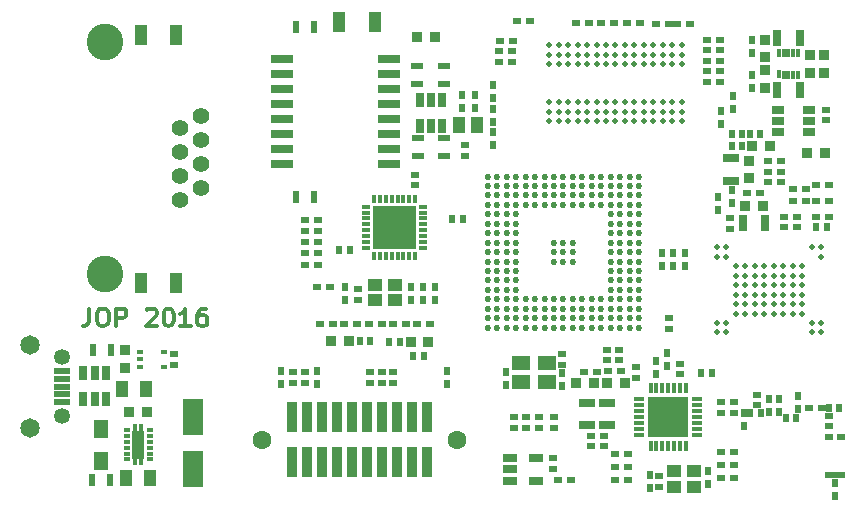
<source format=gbr>
G04 #@! TF.FileFunction,Soldermask,Top*
%FSLAX46Y46*%
G04 Gerber Fmt 4.6, Leading zero omitted, Abs format (unit mm)*
G04 Created by KiCad (PCBNEW 4.0.2-stable) date 2016-03-27 18:32:18*
%MOMM*%
G01*
G04 APERTURE LIST*
%ADD10C,0.100000*%
%ADD11C,0.300000*%
%ADD12O,0.950000X0.400000*%
%ADD13O,0.400000X0.950000*%
%ADD14R,1.775000X1.775000*%
%ADD15C,1.400000*%
%ADD16C,3.100000*%
%ADD17R,0.840000X2.650000*%
%ADD18C,1.600000*%
%ADD19R,1.880000X0.720000*%
%ADD20R,1.100760X0.790880*%
%ADD21R,0.700000X0.500000*%
%ADD22C,0.529260*%
%ADD23R,0.600000X0.700000*%
%ADD24R,0.700000X0.600000*%
%ADD25R,0.900000X0.850000*%
%ADD26R,0.850000X0.900000*%
%ADD27R,1.100000X1.350000*%
%ADD28R,0.897560X0.897560*%
%ADD29R,0.600000X1.000000*%
%ADD30R,0.500000X0.700000*%
%ADD31R,0.750000X1.160000*%
%ADD32R,0.608000X0.404800*%
%ADD33R,1.300000X1.100000*%
%ADD34R,1.700200X3.099740*%
%ADD35R,1.450000X0.500000*%
%ADD36C,1.350000*%
%ADD37C,1.650000*%
%ADD38C,0.500000*%
%ADD39C,0.498780*%
%ADD40R,0.350000X0.800000*%
%ADD41R,0.800000X0.350000*%
%ADD42R,1.825000X1.825000*%
%ADD43R,1.400000X0.800000*%
%ADD44R,0.800000X1.400000*%
%ADD45R,0.300000X0.750000*%
%ADD46R,0.300000X0.650000*%
%ADD47R,1.100000X1.700000*%
%ADD48R,1.000000X0.600000*%
%ADD49R,1.500000X1.300000*%
%ADD50R,0.600000X0.380000*%
%ADD51R,0.350000X0.700000*%
%ADD52R,1.000000X2.400000*%
%ADD53R,1.300000X1.600000*%
%ADD54R,1.160000X0.750000*%
%ADD55R,1.700000X0.500000*%
G04 APERTURE END LIST*
D10*
D11*
X130750001Y-105678571D02*
X130750001Y-106750000D01*
X130678573Y-106964286D01*
X130535716Y-107107143D01*
X130321430Y-107178571D01*
X130178573Y-107178571D01*
X131750001Y-105678571D02*
X132035715Y-105678571D01*
X132178573Y-105750000D01*
X132321430Y-105892857D01*
X132392858Y-106178571D01*
X132392858Y-106678571D01*
X132321430Y-106964286D01*
X132178573Y-107107143D01*
X132035715Y-107178571D01*
X131750001Y-107178571D01*
X131607144Y-107107143D01*
X131464287Y-106964286D01*
X131392858Y-106678571D01*
X131392858Y-106178571D01*
X131464287Y-105892857D01*
X131607144Y-105750000D01*
X131750001Y-105678571D01*
X133035716Y-107178571D02*
X133035716Y-105678571D01*
X133607144Y-105678571D01*
X133750002Y-105750000D01*
X133821430Y-105821429D01*
X133892859Y-105964286D01*
X133892859Y-106178571D01*
X133821430Y-106321429D01*
X133750002Y-106392857D01*
X133607144Y-106464286D01*
X133035716Y-106464286D01*
X135607144Y-105821429D02*
X135678573Y-105750000D01*
X135821430Y-105678571D01*
X136178573Y-105678571D01*
X136321430Y-105750000D01*
X136392859Y-105821429D01*
X136464287Y-105964286D01*
X136464287Y-106107143D01*
X136392859Y-106321429D01*
X135535716Y-107178571D01*
X136464287Y-107178571D01*
X137392858Y-105678571D02*
X137535715Y-105678571D01*
X137678572Y-105750000D01*
X137750001Y-105821429D01*
X137821430Y-105964286D01*
X137892858Y-106250000D01*
X137892858Y-106607143D01*
X137821430Y-106892857D01*
X137750001Y-107035714D01*
X137678572Y-107107143D01*
X137535715Y-107178571D01*
X137392858Y-107178571D01*
X137250001Y-107107143D01*
X137178572Y-107035714D01*
X137107144Y-106892857D01*
X137035715Y-106607143D01*
X137035715Y-106250000D01*
X137107144Y-105964286D01*
X137178572Y-105821429D01*
X137250001Y-105750000D01*
X137392858Y-105678571D01*
X139321429Y-107178571D02*
X138464286Y-107178571D01*
X138892858Y-107178571D02*
X138892858Y-105678571D01*
X138750001Y-105892857D01*
X138607143Y-106035714D01*
X138464286Y-106107143D01*
X140607143Y-105678571D02*
X140321429Y-105678571D01*
X140178572Y-105750000D01*
X140107143Y-105821429D01*
X139964286Y-106035714D01*
X139892857Y-106321429D01*
X139892857Y-106892857D01*
X139964286Y-107035714D01*
X140035714Y-107107143D01*
X140178572Y-107178571D01*
X140464286Y-107178571D01*
X140607143Y-107107143D01*
X140678572Y-107035714D01*
X140750000Y-106892857D01*
X140750000Y-106535714D01*
X140678572Y-106392857D01*
X140607143Y-106321429D01*
X140464286Y-106250000D01*
X140178572Y-106250000D01*
X140035714Y-106321429D01*
X139964286Y-106392857D01*
X139892857Y-106535714D01*
D12*
X177317951Y-113355283D03*
X177317951Y-113855283D03*
X177317951Y-114355283D03*
X177317951Y-114855283D03*
X177317951Y-115355283D03*
X177317951Y-115855283D03*
X177317951Y-116355283D03*
D13*
X178267951Y-117305283D03*
X178767951Y-117305283D03*
X179267951Y-117305283D03*
X179767951Y-117305283D03*
X180267951Y-117305283D03*
X180767951Y-117305283D03*
X181267951Y-117305283D03*
D12*
X182217951Y-116355283D03*
X182217951Y-115855283D03*
X182217951Y-115355283D03*
X182217951Y-114855283D03*
X182217951Y-114355283D03*
X182217951Y-113855283D03*
X182217951Y-113355283D03*
D13*
X181267951Y-112405283D03*
X180767951Y-112405283D03*
X180267951Y-112405283D03*
X179767951Y-112405283D03*
X179267951Y-112405283D03*
X178767951Y-112405283D03*
X178267951Y-112405283D03*
D14*
X180605451Y-115692783D03*
X180605451Y-114017783D03*
X178930451Y-115692783D03*
X178930451Y-114017783D03*
D15*
X138400000Y-96480000D03*
X140180000Y-95460000D03*
X138400000Y-94440000D03*
X140180000Y-93420000D03*
X138400000Y-92400000D03*
X140180000Y-91380000D03*
X138400000Y-90360000D03*
X140180000Y-89340000D03*
D16*
X132090000Y-102710000D03*
X132090000Y-83110000D03*
D17*
X147910000Y-118710000D03*
X147910000Y-114900000D03*
X149180000Y-118710000D03*
X149180000Y-114900000D03*
X150450000Y-118710000D03*
X150450000Y-114900000D03*
X151720000Y-118710000D03*
X151720000Y-114900000D03*
X152990000Y-118710000D03*
X152990000Y-114900000D03*
X154260000Y-118710000D03*
X154260000Y-114900000D03*
X155530000Y-118710000D03*
X155530000Y-114900000D03*
X156800000Y-118710000D03*
X156800000Y-114900000D03*
X158070000Y-118710000D03*
X158070000Y-114900000D03*
X159340000Y-118710000D03*
X159340000Y-114900000D03*
D18*
X161880000Y-116805000D03*
X145370000Y-116805000D03*
D19*
X156110000Y-93445000D03*
X156110000Y-92175000D03*
X156110000Y-90905000D03*
X156110000Y-89635000D03*
X156110000Y-88365000D03*
X156110000Y-87095000D03*
X156110000Y-85825000D03*
X156110000Y-84555000D03*
X147090000Y-84555000D03*
X147090000Y-85825000D03*
X147090000Y-87095000D03*
X147090000Y-88365000D03*
X147090000Y-89635000D03*
X147090000Y-90905000D03*
X147090000Y-92175000D03*
X147090000Y-93445000D03*
D20*
X191700480Y-90749960D03*
X191700480Y-89800000D03*
X191700480Y-88850040D03*
X189099520Y-88850040D03*
X189099520Y-89800000D03*
X189099520Y-90749960D03*
D21*
X175600000Y-109150000D03*
X175600000Y-110050000D03*
D22*
X164501740Y-94501740D03*
X165301840Y-94501740D03*
X166101940Y-94501740D03*
X166902040Y-94501740D03*
X167702140Y-94501740D03*
X168502240Y-94501740D03*
X169302340Y-94501740D03*
X170102440Y-94501740D03*
X170900000Y-94501740D03*
X171697560Y-94501740D03*
X172497660Y-94501740D03*
X173297760Y-94501740D03*
X174097860Y-94501740D03*
X174897960Y-94501740D03*
X175698060Y-94501740D03*
X176498160Y-94501740D03*
X177298260Y-94501740D03*
X164501740Y-95301840D03*
X165301840Y-95301840D03*
X166101940Y-95301840D03*
X166902040Y-95301840D03*
X167702140Y-95301840D03*
X168502240Y-95301840D03*
X169302340Y-95301840D03*
X170102440Y-95301840D03*
X170900000Y-95301840D03*
X171697560Y-95301840D03*
X172497660Y-95301840D03*
X173297760Y-95301840D03*
X174097860Y-95301840D03*
X174897960Y-95301840D03*
X175698060Y-95301840D03*
X176498160Y-95301840D03*
X177298260Y-95301840D03*
X164501740Y-96101940D03*
X165301840Y-96101940D03*
X166101940Y-96101940D03*
X166902040Y-96101940D03*
X167702140Y-96101940D03*
X168502240Y-96101940D03*
X169302340Y-96101940D03*
X170102440Y-96101940D03*
X170900000Y-96101940D03*
X171697560Y-96101940D03*
X172497660Y-96101940D03*
X173297760Y-96101940D03*
X174097860Y-96101940D03*
X174897960Y-96101940D03*
X175698060Y-96101940D03*
X176498160Y-96101940D03*
X177298260Y-96101940D03*
X164501740Y-96902040D03*
X165301840Y-96902040D03*
X166101940Y-96902040D03*
X166902040Y-96902040D03*
X167702140Y-96902040D03*
X168502240Y-96902040D03*
X169302340Y-96902040D03*
X170102440Y-96902040D03*
X170900000Y-96902040D03*
X171697560Y-96902040D03*
X172497660Y-96902040D03*
X173297760Y-96902040D03*
X174097860Y-96902040D03*
X174897960Y-96902040D03*
X175698060Y-96902040D03*
X176498160Y-96902040D03*
X177298260Y-96902040D03*
X164501740Y-97702140D03*
X165301840Y-97702140D03*
X166101940Y-97702140D03*
X166902040Y-97702140D03*
X174897960Y-97702140D03*
X175698060Y-97702140D03*
X176498160Y-97702140D03*
X177298260Y-97702140D03*
X164501740Y-98502240D03*
X165301840Y-98502240D03*
X166101940Y-98502240D03*
X166902040Y-98502240D03*
X174897960Y-98502240D03*
X175698060Y-98502240D03*
X176498160Y-98502240D03*
X177298260Y-98502240D03*
X164501740Y-99302340D03*
X165301840Y-99302340D03*
X166101940Y-99302340D03*
X166902040Y-99302340D03*
X174897960Y-99302340D03*
X175698060Y-99302340D03*
X176498160Y-99302340D03*
X177298260Y-99302340D03*
X164501740Y-100102440D03*
X165301840Y-100102440D03*
X166101940Y-100102440D03*
X166902040Y-100102440D03*
X170102440Y-100102440D03*
X170900000Y-100102440D03*
X171697560Y-100102440D03*
X174897960Y-100102440D03*
X175698060Y-100102440D03*
X176498160Y-100102440D03*
X177298260Y-100102440D03*
X164501740Y-100900000D03*
X165301840Y-100900000D03*
X166101940Y-100900000D03*
X166902040Y-100900000D03*
X170102440Y-100900000D03*
X170900000Y-100900000D03*
X171697560Y-100900000D03*
X174897960Y-100900000D03*
X175698060Y-100900000D03*
X176498160Y-100900000D03*
X177298260Y-100900000D03*
X164501740Y-101697560D03*
X165301840Y-101697560D03*
X166101940Y-101697560D03*
X166902040Y-101697560D03*
X170102440Y-101697560D03*
X170900000Y-101697560D03*
X171697560Y-101697560D03*
X174897960Y-101697560D03*
X175698060Y-101697560D03*
X176498160Y-101697560D03*
X177298260Y-101697560D03*
X164501740Y-102497660D03*
X165301840Y-102497660D03*
X166101940Y-102497660D03*
X166902040Y-102497660D03*
X174897960Y-102497660D03*
X175698060Y-102497660D03*
X176498160Y-102497660D03*
X177298260Y-102497660D03*
X164501740Y-103297760D03*
X165301840Y-103297760D03*
X166101940Y-103297760D03*
X166902040Y-103297760D03*
X174897960Y-103297760D03*
X175698060Y-103297760D03*
X176498160Y-103297760D03*
X177298260Y-103297760D03*
X164501740Y-104097860D03*
X165301840Y-104097860D03*
X166101940Y-104097860D03*
X166902040Y-104097860D03*
X174897960Y-104097860D03*
X175698060Y-104097860D03*
X176498160Y-104097860D03*
X177298260Y-104097860D03*
X164501740Y-104897960D03*
X165301840Y-104897960D03*
X166101940Y-104897960D03*
X166902040Y-104897960D03*
X167702140Y-104897960D03*
X168502240Y-104897960D03*
X169302340Y-104897960D03*
X170102440Y-104897960D03*
X170900000Y-104897960D03*
X171697560Y-104897960D03*
X172497660Y-104897960D03*
X173297760Y-104897960D03*
X174097860Y-104897960D03*
X174897960Y-104897960D03*
X175698060Y-104897960D03*
X176498160Y-104897960D03*
X177298260Y-104897960D03*
X164501740Y-105698060D03*
X165301840Y-105698060D03*
X166101940Y-105698060D03*
X166902040Y-105698060D03*
X167702140Y-105698060D03*
X168502240Y-105698060D03*
X169302340Y-105698060D03*
X170102440Y-105698060D03*
X170900000Y-105698060D03*
X171697560Y-105698060D03*
X172497660Y-105698060D03*
X173297760Y-105698060D03*
X174097860Y-105698060D03*
X174897960Y-105698060D03*
X175698060Y-105698060D03*
X176498160Y-105698060D03*
X177298260Y-105698060D03*
X164501740Y-106498160D03*
X165301840Y-106498160D03*
X166101940Y-106498160D03*
X166902040Y-106498160D03*
X167702140Y-106498160D03*
X168502240Y-106498160D03*
X169302340Y-106498160D03*
X170102440Y-106498160D03*
X170900000Y-106498160D03*
X171697560Y-106498160D03*
X172497660Y-106498160D03*
X173297760Y-106498160D03*
X174097860Y-106498160D03*
X174897960Y-106498160D03*
X175698060Y-106498160D03*
X176498160Y-106498160D03*
X177298260Y-106498160D03*
X164501740Y-107298260D03*
X165301840Y-107298260D03*
X166101940Y-107298260D03*
X166902040Y-107298260D03*
X167702140Y-107298260D03*
X168502240Y-107298260D03*
X169302340Y-107298260D03*
X170102440Y-107298260D03*
X170900000Y-107298260D03*
X171697560Y-107298260D03*
X172497660Y-107298260D03*
X173297760Y-107298260D03*
X174097860Y-107298260D03*
X174897960Y-107298260D03*
X175698060Y-107298260D03*
X176498160Y-107298260D03*
X177298260Y-107298260D03*
D23*
X179200000Y-100950000D03*
X179200000Y-102050000D03*
D24*
X192250000Y-96550000D03*
X193350000Y-96550000D03*
X156450000Y-107000000D03*
X157550000Y-107000000D03*
D23*
X180200000Y-100950000D03*
X180200000Y-102050000D03*
D24*
X190300000Y-96550000D03*
X191400000Y-96550000D03*
D23*
X181200000Y-100950000D03*
X181200000Y-102050000D03*
D24*
X192250000Y-95250000D03*
X193350000Y-95250000D03*
D23*
X185200000Y-95650000D03*
X185200000Y-96750000D03*
D24*
X154400000Y-107000000D03*
X155500000Y-107000000D03*
D25*
X176100000Y-112000000D03*
X174600000Y-112000000D03*
X187775000Y-97000000D03*
X186275000Y-97000000D03*
X173450000Y-112000000D03*
X171950000Y-112000000D03*
D24*
X166950000Y-81300000D03*
X168050000Y-81300000D03*
X152350000Y-107000000D03*
X153450000Y-107000000D03*
X175750000Y-111000000D03*
X174650000Y-111000000D03*
X187575000Y-95925000D03*
X186475000Y-95925000D03*
X173725000Y-111025000D03*
X172625000Y-111025000D03*
X150300000Y-107000000D03*
X151400000Y-107000000D03*
D23*
X164900000Y-87850000D03*
X164900000Y-86750000D03*
D24*
X190300000Y-95550000D03*
X191400000Y-95550000D03*
X158500000Y-107000000D03*
X159600000Y-107000000D03*
D23*
X179650000Y-109400000D03*
X179650000Y-110500000D03*
X170800000Y-111125000D03*
X170800000Y-112225000D03*
X166050000Y-112175000D03*
X166050000Y-111075000D03*
X178200000Y-120850000D03*
X178200000Y-119750000D03*
X183100000Y-119450000D03*
X183100000Y-120550000D03*
D26*
X133750000Y-109200000D03*
X133750000Y-110700000D03*
D24*
X185317951Y-114505283D03*
X184217951Y-114505283D03*
X185317951Y-113605283D03*
X184217951Y-113605283D03*
D25*
X134100000Y-114450000D03*
X135600000Y-114450000D03*
D23*
X186167951Y-114555283D03*
X186167951Y-115655283D03*
D27*
X133550000Y-112450000D03*
X135550000Y-112450000D03*
D23*
X188267951Y-114455283D03*
X188267951Y-113355283D03*
D26*
X192943670Y-84203360D03*
X192943670Y-85703360D03*
D23*
X189167951Y-114455283D03*
X189167951Y-113355283D03*
X190767951Y-114205283D03*
X190767951Y-113105283D03*
D24*
X192750000Y-114100000D03*
X191650000Y-114100000D03*
D23*
X193894717Y-120417951D03*
X193894717Y-121517951D03*
D26*
X187943670Y-82903360D03*
X187943670Y-84403360D03*
X187943670Y-87003360D03*
X187943670Y-85503360D03*
D27*
X133850000Y-120050000D03*
X135850000Y-120050000D03*
D23*
X186843670Y-82903360D03*
X186843670Y-84003360D03*
X186843670Y-87003360D03*
X186843670Y-85903360D03*
D26*
X191743670Y-84203360D03*
X191743670Y-85703360D03*
D28*
X191550700Y-92500000D03*
X193049300Y-92500000D03*
D29*
X131050000Y-109200000D03*
X132550000Y-109200000D03*
X132500000Y-120200000D03*
X131000000Y-120200000D03*
D21*
X187267951Y-113855283D03*
X187267951Y-112955283D03*
D30*
X186717951Y-114505283D03*
X187617951Y-114505283D03*
X189717951Y-114905283D03*
X190617951Y-114905283D03*
X193350000Y-114100000D03*
X194250000Y-114100000D03*
D21*
X193400000Y-114750000D03*
X193400000Y-115650000D03*
X193100000Y-89750000D03*
X193100000Y-88850000D03*
X180800000Y-111250000D03*
X180800000Y-110350000D03*
X167700000Y-114850000D03*
X167700000Y-115750000D03*
X166700000Y-114850000D03*
X166700000Y-115750000D03*
X168800000Y-114850000D03*
X168800000Y-115750000D03*
X170100000Y-114850000D03*
X170100000Y-115750000D03*
X179000000Y-120750000D03*
X179000000Y-119850000D03*
D30*
X182550000Y-111150000D03*
X183450000Y-111150000D03*
D21*
X137900000Y-109550000D03*
X137900000Y-110450000D03*
D31*
X132150000Y-111100000D03*
X131200000Y-111100000D03*
X130250000Y-111100000D03*
X130250000Y-113300000D03*
X132150000Y-113300000D03*
X131200000Y-113300000D03*
D32*
X135034000Y-109315000D03*
X135034000Y-110585000D03*
X137066000Y-109315000D03*
X135034000Y-109950000D03*
X137066000Y-110585000D03*
D33*
X180250000Y-120750000D03*
X181950000Y-120750000D03*
X181950000Y-119450000D03*
X180250000Y-119450000D03*
D23*
X184250000Y-90050000D03*
X184250000Y-88950000D03*
X185250000Y-88800000D03*
X185250000Y-87700000D03*
D24*
X183050000Y-82900000D03*
X184150000Y-82900000D03*
X165500000Y-83000000D03*
X166600000Y-83000000D03*
D25*
X186850000Y-91900000D03*
X188350000Y-91900000D03*
D24*
X183050000Y-86500000D03*
X184150000Y-86500000D03*
X183050000Y-85600000D03*
X184150000Y-85600000D03*
X183050000Y-83800000D03*
X184150000Y-83800000D03*
D26*
X186600000Y-94650000D03*
X186600000Y-93150000D03*
D24*
X165450000Y-83900000D03*
X166550000Y-83900000D03*
X183050000Y-84700000D03*
X184150000Y-84700000D03*
X178700000Y-81600000D03*
X179800000Y-81600000D03*
X180550000Y-81600000D03*
X181650000Y-81600000D03*
X165450000Y-84800000D03*
X166550000Y-84800000D03*
X189550000Y-97900000D03*
X190650000Y-97900000D03*
X189550000Y-98800000D03*
X190650000Y-98800000D03*
X192250000Y-97900000D03*
X193350000Y-97900000D03*
D21*
X179850000Y-106500000D03*
X179850000Y-107400000D03*
D30*
X193200000Y-98800000D03*
X192300000Y-98800000D03*
D21*
X174300000Y-116450000D03*
X174300000Y-117350000D03*
X185000000Y-98050000D03*
X185000000Y-98950000D03*
X173200000Y-116450000D03*
X173200000Y-117350000D03*
X177000000Y-110650000D03*
X177000000Y-111550000D03*
X170800000Y-110450000D03*
X170800000Y-109550000D03*
D30*
X185150000Y-90900000D03*
X186050000Y-90900000D03*
X186650000Y-90900000D03*
X187550000Y-90900000D03*
X185150000Y-91900000D03*
X186050000Y-91900000D03*
D34*
X139550000Y-119299640D03*
X139550000Y-114900360D03*
D35*
X128462540Y-110999100D03*
X128462540Y-111649100D03*
X128462540Y-112299100D03*
X128462540Y-112949100D03*
X128462540Y-113599100D03*
D36*
X128462540Y-109799100D03*
X128462540Y-114799100D03*
D37*
X125762540Y-108799100D03*
X125762540Y-115799100D03*
D38*
X192700000Y-100500000D03*
X192700000Y-101300000D03*
X192700000Y-106900000D03*
X192700000Y-107700000D03*
X191900000Y-100500000D03*
X191900000Y-106900000D03*
X191900000Y-107700000D03*
X191100000Y-102100000D03*
X191100000Y-102900000D03*
X191100000Y-103700000D03*
X191100000Y-104500000D03*
X191100000Y-105300000D03*
X191100000Y-106100000D03*
X190300000Y-102100000D03*
X190300000Y-102900000D03*
X190300000Y-103700000D03*
X190300000Y-104500000D03*
X190300000Y-105300000D03*
X190300000Y-106100000D03*
X189500000Y-102100000D03*
X189500000Y-102900000D03*
X189500000Y-103700000D03*
X189500000Y-104500000D03*
X189500000Y-105300000D03*
X189500000Y-106100000D03*
X188700000Y-102100000D03*
X188700000Y-102900000D03*
X188700000Y-103700000D03*
X188700000Y-104500000D03*
X188700000Y-105300000D03*
X188700000Y-106100000D03*
X187900000Y-102100000D03*
X187900000Y-102900000D03*
X187900000Y-103700000D03*
X187900000Y-104500000D03*
X187900000Y-105300000D03*
X187900000Y-106100000D03*
X187100000Y-102100000D03*
X187100000Y-102900000D03*
X187100000Y-103700000D03*
X187100000Y-104500000D03*
X187100000Y-105300000D03*
X187100000Y-106100000D03*
X186300000Y-102100000D03*
X186300000Y-102900000D03*
X186300000Y-103700000D03*
X186300000Y-104500000D03*
X186300000Y-105300000D03*
X186300000Y-106100000D03*
X185500000Y-102100000D03*
X185500000Y-102900000D03*
X185500000Y-103700000D03*
X185500000Y-104500000D03*
X185500000Y-105300000D03*
X185500000Y-106100000D03*
X184700000Y-100500000D03*
X184700000Y-101300000D03*
X184700000Y-106900000D03*
X184700000Y-107700000D03*
X183900000Y-100500000D03*
X183900000Y-101300000D03*
X183900000Y-106900000D03*
X183900000Y-107700000D03*
D39*
X169699300Y-89800400D03*
X169699300Y-89000300D03*
X169699300Y-88200200D03*
X169699300Y-84999800D03*
X169699300Y-84199700D03*
X169699300Y-83399600D03*
X170499400Y-89800400D03*
X171299500Y-89800400D03*
X172099600Y-89800400D03*
X172897160Y-89800400D03*
X173697260Y-89800400D03*
X174497360Y-89800400D03*
X175297460Y-89800400D03*
X175297460Y-89000300D03*
X175297460Y-88200200D03*
X175300000Y-85002340D03*
X175300000Y-84202240D03*
X175300000Y-83402140D03*
X174499900Y-83402140D03*
X173699800Y-83402140D03*
X172899700Y-83402140D03*
X172102140Y-83402140D03*
X171302040Y-83402140D03*
X170501940Y-83402140D03*
X172099600Y-88200200D03*
X172897160Y-88200200D03*
X172899700Y-85002340D03*
X172102140Y-85002340D03*
X171302040Y-85002340D03*
X171299500Y-88200200D03*
X171299500Y-89000300D03*
X172099600Y-89000300D03*
X172897160Y-89000300D03*
X173697260Y-89000300D03*
X174497360Y-89000300D03*
X174497360Y-88200200D03*
X173697260Y-88200200D03*
X173699800Y-85002340D03*
X174499900Y-85002340D03*
X174499900Y-84202240D03*
X173699800Y-84202240D03*
X172899700Y-84202240D03*
X172102140Y-84202240D03*
X171302040Y-84202240D03*
X170501940Y-84202240D03*
X170501940Y-85002340D03*
X170499400Y-88200200D03*
X170499400Y-89000300D03*
X180900700Y-89800400D03*
X180900700Y-83399600D03*
X176100100Y-89800400D03*
X176100100Y-89000300D03*
X176100100Y-88200200D03*
X176100100Y-84999800D03*
X176100100Y-84199700D03*
X176100100Y-83399600D03*
X176900200Y-89800400D03*
X176900200Y-89000300D03*
X176900200Y-88200200D03*
X176900200Y-84999800D03*
X176900200Y-84199700D03*
X176900200Y-83399600D03*
X177700300Y-89800400D03*
X177700300Y-89000300D03*
X177700300Y-88200200D03*
X177700300Y-84999800D03*
X177700300Y-84199700D03*
X177700300Y-83399600D03*
X178500400Y-89800400D03*
X178500400Y-89000300D03*
X178500400Y-88200200D03*
X178500400Y-84999800D03*
X178500400Y-84199700D03*
X178500400Y-83399600D03*
X179300500Y-89800400D03*
X179300500Y-89000300D03*
X179300500Y-88200200D03*
X179300500Y-84999800D03*
X179300500Y-84199700D03*
X179300500Y-83399600D03*
X180100600Y-89800400D03*
X180100600Y-89000300D03*
X180100600Y-88200200D03*
X180100600Y-84999800D03*
X180100600Y-84199700D03*
X180100600Y-83399600D03*
X180900700Y-89000300D03*
X180900700Y-88200200D03*
X180900700Y-84999800D03*
X180900700Y-84199700D03*
D40*
X154850000Y-101200000D03*
X155350000Y-101200000D03*
X155850000Y-101200000D03*
X156350000Y-101200000D03*
X156850000Y-101200000D03*
X157350000Y-101200000D03*
X157850000Y-101200000D03*
X158350000Y-101200000D03*
D41*
X159000000Y-100550000D03*
X159000000Y-100050000D03*
X159000000Y-99550000D03*
X159000000Y-99050000D03*
X159000000Y-98550000D03*
X159000000Y-98050000D03*
X159000000Y-97550000D03*
X159000000Y-97050000D03*
D40*
X158350000Y-96400000D03*
X157850000Y-96400000D03*
X157350000Y-96400000D03*
X156850000Y-96400000D03*
X156350000Y-96400000D03*
X155850000Y-96400000D03*
X155350000Y-96400000D03*
X154850000Y-96400000D03*
D41*
X154200000Y-97050000D03*
X154200000Y-97550000D03*
X154200000Y-98050000D03*
X154200000Y-98550000D03*
X154200000Y-99050000D03*
X154200000Y-99550000D03*
X154200000Y-100050000D03*
X154200000Y-100550000D03*
D42*
X157462500Y-97937500D03*
X155737500Y-97937500D03*
X157462500Y-99662500D03*
X155737500Y-99662500D03*
D43*
X174600000Y-115550000D03*
X174600000Y-113650000D03*
D44*
X186100000Y-98425000D03*
X188000000Y-98425000D03*
D43*
X172900000Y-115550000D03*
X172900000Y-113650000D03*
D44*
X190893670Y-87153360D03*
X188993670Y-87153360D03*
X190893670Y-82753360D03*
X188993670Y-82753360D03*
D43*
X185100000Y-94850000D03*
X185100000Y-92950000D03*
D45*
X189143670Y-85828360D03*
D46*
X189543670Y-85878360D03*
X189943670Y-85878360D03*
X190343670Y-85878360D03*
X190743670Y-85878360D03*
X190743670Y-84028360D03*
X190343670Y-84028360D03*
X189943670Y-84028360D03*
X189543670Y-84028360D03*
X189143670Y-84028360D03*
D24*
X184250000Y-117800000D03*
X185350000Y-117800000D03*
X175250000Y-119100000D03*
X176350000Y-119100000D03*
X175250000Y-120200000D03*
X176350000Y-120200000D03*
X184250000Y-120000000D03*
X185350000Y-120000000D03*
X175250000Y-118000000D03*
X176350000Y-118000000D03*
D23*
X178700000Y-111250000D03*
X178700000Y-110150000D03*
D24*
X184250000Y-118900000D03*
X185350000Y-118900000D03*
D23*
X164900000Y-90750000D03*
X164900000Y-91850000D03*
X164900000Y-88750000D03*
X164900000Y-89850000D03*
X184000000Y-97350000D03*
X184000000Y-96250000D03*
D24*
X171950000Y-81500000D03*
X173050000Y-81500000D03*
X174050000Y-81500000D03*
X175150000Y-81500000D03*
X176250000Y-81500000D03*
X177350000Y-81500000D03*
X188250000Y-94100000D03*
X189350000Y-94100000D03*
X188250000Y-93200000D03*
X189350000Y-93200000D03*
X188250000Y-95000000D03*
X189350000Y-95000000D03*
X149000000Y-100050000D03*
X150100000Y-100050000D03*
X150000000Y-103850000D03*
X151100000Y-103850000D03*
X149000000Y-101000000D03*
X150100000Y-101000000D03*
X149000000Y-101950000D03*
X150100000Y-101950000D03*
X149000000Y-99100000D03*
X150100000Y-99100000D03*
X149000000Y-98150000D03*
X150100000Y-98150000D03*
D23*
X157950000Y-103850000D03*
X157950000Y-104950000D03*
X152400000Y-104950000D03*
X152400000Y-103850000D03*
D25*
X158500000Y-82700000D03*
X160000000Y-82700000D03*
D23*
X159000000Y-103850000D03*
X159000000Y-104950000D03*
X160000000Y-103850000D03*
X160000000Y-104950000D03*
D47*
X151900000Y-81400000D03*
X154900000Y-81400000D03*
X135100000Y-103500000D03*
X138100000Y-103500000D03*
X135100000Y-82500000D03*
X138100000Y-82500000D03*
D30*
X152800000Y-100700000D03*
X151900000Y-100700000D03*
D48*
X160800000Y-92750000D03*
X160800000Y-91250000D03*
D21*
X153500000Y-104050000D03*
X153500000Y-104950000D03*
D48*
X158600000Y-92750000D03*
X158600000Y-91250000D03*
X158500000Y-85150000D03*
X158500000Y-86650000D03*
X160800000Y-85150000D03*
X160800000Y-86650000D03*
D29*
X149750000Y-96200000D03*
X148250000Y-96200000D03*
X149750000Y-81800000D03*
X148250000Y-81800000D03*
D33*
X154950000Y-104950000D03*
X156650000Y-104950000D03*
X156650000Y-103650000D03*
X154950000Y-103650000D03*
D31*
X160650000Y-88000000D03*
X159700000Y-88000000D03*
X158750000Y-88000000D03*
X158750000Y-90200000D03*
X160650000Y-90200000D03*
X159700000Y-90200000D03*
D30*
X161500000Y-98100000D03*
X162400000Y-98100000D03*
D21*
X158350000Y-95250000D03*
X158350000Y-94350000D03*
X162550000Y-92750000D03*
X162550000Y-91850000D03*
D49*
X169500000Y-110325000D03*
X167300000Y-110325000D03*
X167300000Y-111925000D03*
X169500000Y-111925000D03*
D50*
X133950000Y-115950000D03*
X133950000Y-116450000D03*
X133950000Y-116950000D03*
X133950000Y-117450000D03*
X133950000Y-117950000D03*
X133950000Y-118450000D03*
X135850000Y-118450000D03*
X135850000Y-117950000D03*
X135850000Y-117450000D03*
X135850000Y-116950000D03*
X135850000Y-116450000D03*
X135850000Y-115950000D03*
D51*
X135150000Y-118600000D03*
X134650000Y-118600000D03*
X135150000Y-115800000D03*
X134650000Y-115800000D03*
D52*
X134900000Y-117200000D03*
D53*
X131750000Y-115850000D03*
X131750000Y-118550000D03*
D23*
X162275000Y-88700000D03*
X162275000Y-87600000D03*
X163425000Y-88700000D03*
X163425000Y-87600000D03*
D27*
X162075000Y-90150000D03*
X163575000Y-90150000D03*
D23*
X161000000Y-112050000D03*
X161000000Y-110950000D03*
X150000000Y-112050000D03*
X150000000Y-110950000D03*
X147000000Y-112050000D03*
X147000000Y-110950000D03*
D30*
X154550000Y-108400000D03*
X153650000Y-108400000D03*
X156150000Y-108500000D03*
X157050000Y-108500000D03*
X158200000Y-109700000D03*
X159100000Y-109700000D03*
D21*
X156500000Y-111050000D03*
X156500000Y-111950000D03*
X155500000Y-111050000D03*
X155500000Y-111950000D03*
X154500000Y-111050000D03*
X154500000Y-111950000D03*
X149000000Y-111950000D03*
X149000000Y-111050000D03*
X148000000Y-111950000D03*
X148000000Y-111050000D03*
X174600000Y-109150000D03*
X174600000Y-110050000D03*
X170000000Y-118350000D03*
X170000000Y-119250000D03*
D54*
X166400000Y-118350000D03*
X166400000Y-119300000D03*
X166400000Y-120250000D03*
X168600000Y-120250000D03*
X168600000Y-118350000D03*
D24*
X170400000Y-120200000D03*
X171500000Y-120200000D03*
D28*
X151250700Y-108400000D03*
X152749300Y-108400000D03*
X159449300Y-108500000D03*
X157950700Y-108500000D03*
D21*
X194394717Y-116567951D03*
X193394717Y-116567951D03*
D55*
X193894717Y-119767951D03*
M02*

</source>
